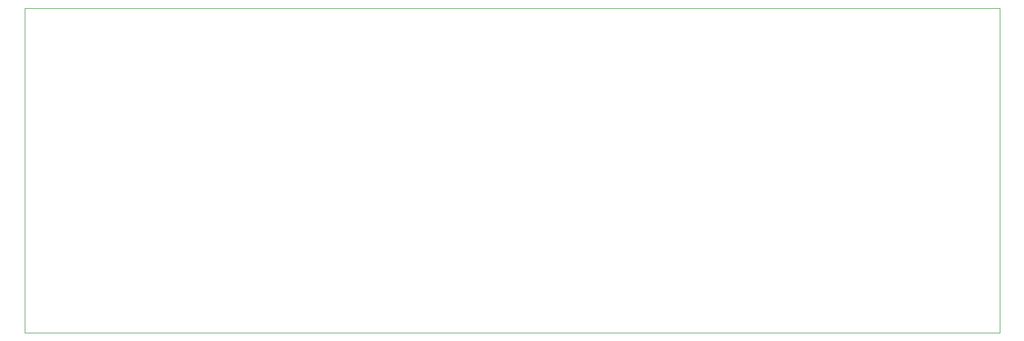
<source format=gbr>
%TF.GenerationSoftware,KiCad,Pcbnew,(6.0.10-0)*%
%TF.CreationDate,2023-02-08T11:04:04+05:30*%
%TF.ProjectId,dbe_dcdc,6462655f-6463-4646-932e-6b696361645f,rev?*%
%TF.SameCoordinates,Original*%
%TF.FileFunction,Profile,NP*%
%FSLAX46Y46*%
G04 Gerber Fmt 4.6, Leading zero omitted, Abs format (unit mm)*
G04 Created by KiCad (PCBNEW (6.0.10-0)) date 2023-02-08 11:04:04*
%MOMM*%
%LPD*%
G01*
G04 APERTURE LIST*
%TA.AperFunction,Profile*%
%ADD10C,0.100000*%
%TD*%
G04 APERTURE END LIST*
D10*
X20000000Y-60500000D02*
X170000000Y-60500000D01*
X170000000Y-60500000D02*
X170000000Y-110500000D01*
X170000000Y-110500000D02*
X20000000Y-110500000D01*
X20000000Y-110500000D02*
X20000000Y-60500000D01*
M02*

</source>
